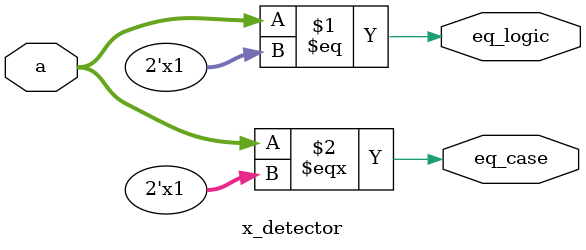
<source format=v>
module x_detector (
    input  [1:0] a,
    output       eq_logic,
    output       eq_case
);
    // TODO: implement both comparisons
   assign eq_logic = (a==2'bx1);
   assign eq_case = (a===2'bx1);
endmodule

</source>
